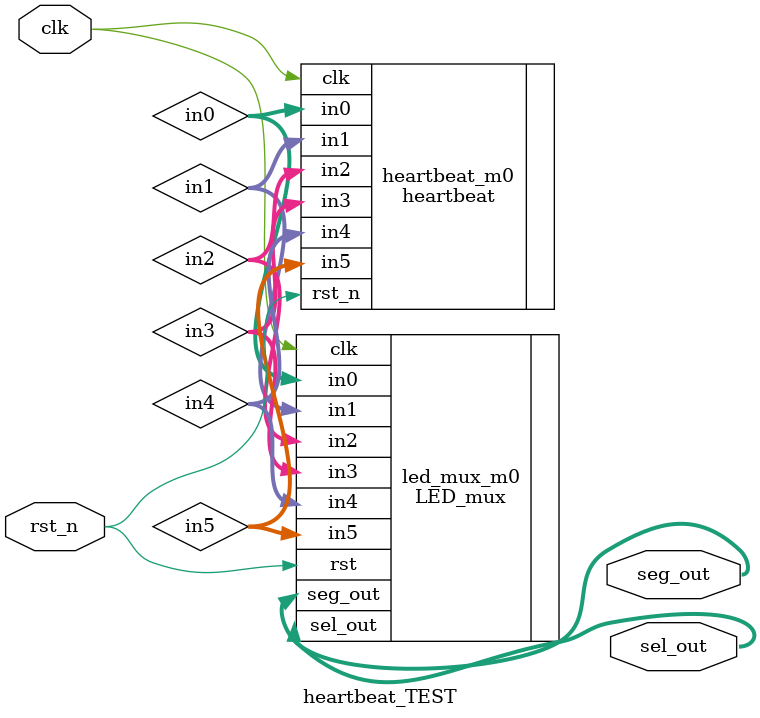
<source format=v>
`timescale 1ns / 1ps

module heartbeat_TEST
	(
	input clk,rst_n,
	output[7:0] seg_out,
	output[5:0] sel_out
    );
	 wire [7:0] in0,in1,in2,in3,in4,in5;
	 
	 heartbeat #(.turns(6_000_000)) //0.120 sec per pattern = 0.720 sec per heartbeat
	 heartbeat_m0
		(
		.clk(clk),
		.rst_n(rst_n),
		.in0(in0),
		.in1(in1),
		.in2(in2),
		.in3(in3),
		.in4(in4),
		.in5(in5)
		 );
	 LED_mux led_mux_m0
		(
		.clk(clk),
		.rst(rst_n),
		.in0(in0),
		.in1(in1),
		.in2(in2),
		.in3(in3),
		.in4(in4),
		.in5(in5),
		.seg_out(seg_out),
		.sel_out(sel_out)
		 );


endmodule

</source>
